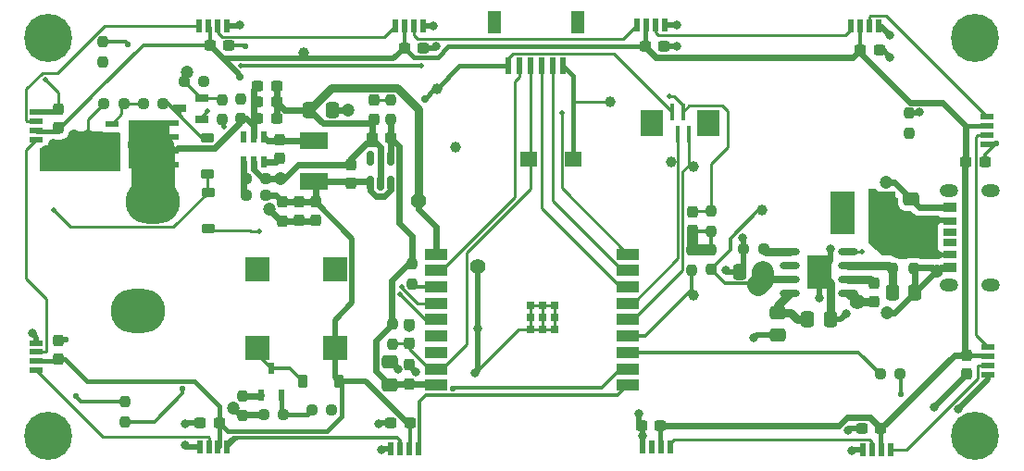
<source format=gbr>
%TF.GenerationSoftware,KiCad,Pcbnew,8.0.2*%
%TF.CreationDate,2024-07-08T12:14:40+08:00*%
%TF.ProjectId,bat_rf,6261745f-7266-42e6-9b69-6361645f7063,rev?*%
%TF.SameCoordinates,Original*%
%TF.FileFunction,Copper,L2,Bot*%
%TF.FilePolarity,Positive*%
%FSLAX46Y46*%
G04 Gerber Fmt 4.6, Leading zero omitted, Abs format (unit mm)*
G04 Created by KiCad (PCBNEW 8.0.2) date 2024-07-08 12:14:40*
%MOMM*%
%LPD*%
G01*
G04 APERTURE LIST*
G04 Aperture macros list*
%AMRoundRect*
0 Rectangle with rounded corners*
0 $1 Rounding radius*
0 $2 $3 $4 $5 $6 $7 $8 $9 X,Y pos of 4 corners*
0 Add a 4 corners polygon primitive as box body*
4,1,4,$2,$3,$4,$5,$6,$7,$8,$9,$2,$3,0*
0 Add four circle primitives for the rounded corners*
1,1,$1+$1,$2,$3*
1,1,$1+$1,$4,$5*
1,1,$1+$1,$6,$7*
1,1,$1+$1,$8,$9*
0 Add four rect primitives between the rounded corners*
20,1,$1+$1,$2,$3,$4,$5,0*
20,1,$1+$1,$4,$5,$6,$7,0*
20,1,$1+$1,$6,$7,$8,$9,0*
20,1,$1+$1,$8,$9,$2,$3,0*%
G04 Aperture macros list end*
%TA.AperFunction,SMDPad,CuDef*%
%ADD10C,1.000000*%
%TD*%
%TA.AperFunction,SMDPad,CuDef*%
%ADD11R,3.800000X4.400000*%
%TD*%
%TA.AperFunction,SMDPad,CuDef*%
%ADD12R,1.200000X0.580000*%
%TD*%
%TA.AperFunction,ComponentPad*%
%ADD13C,4.400000*%
%TD*%
%TA.AperFunction,SMDPad,CuDef*%
%ADD14RoundRect,0.237500X-0.250000X-0.237500X0.250000X-0.237500X0.250000X0.237500X-0.250000X0.237500X0*%
%TD*%
%TA.AperFunction,SMDPad,CuDef*%
%ADD15R,1.200000X0.550000*%
%TD*%
%TA.AperFunction,SMDPad,CuDef*%
%ADD16RoundRect,0.225000X-0.375000X0.225000X-0.375000X-0.225000X0.375000X-0.225000X0.375000X0.225000X0*%
%TD*%
%TA.AperFunction,SMDPad,CuDef*%
%ADD17RoundRect,0.237500X0.237500X-0.250000X0.237500X0.250000X-0.237500X0.250000X-0.237500X-0.250000X0*%
%TD*%
%TA.AperFunction,SMDPad,CuDef*%
%ADD18RoundRect,0.237500X0.300000X0.237500X-0.300000X0.237500X-0.300000X-0.237500X0.300000X-0.237500X0*%
%TD*%
%TA.AperFunction,SMDPad,CuDef*%
%ADD19R,0.550000X1.200000*%
%TD*%
%TA.AperFunction,SMDPad,CuDef*%
%ADD20RoundRect,0.237500X0.237500X-0.300000X0.237500X0.300000X-0.237500X0.300000X-0.237500X-0.300000X0*%
%TD*%
%TA.AperFunction,SMDPad,CuDef*%
%ADD21RoundRect,0.237500X0.250000X0.237500X-0.250000X0.237500X-0.250000X-0.237500X0.250000X-0.237500X0*%
%TD*%
%TA.AperFunction,SMDPad,CuDef*%
%ADD22RoundRect,0.237500X0.237500X-0.287500X0.237500X0.287500X-0.237500X0.287500X-0.237500X-0.287500X0*%
%TD*%
%TA.AperFunction,SMDPad,CuDef*%
%ADD23RoundRect,0.237500X-0.237500X0.250000X-0.237500X-0.250000X0.237500X-0.250000X0.237500X0.250000X0*%
%TD*%
%TA.AperFunction,SMDPad,CuDef*%
%ADD24R,1.530000X1.360000*%
%TD*%
%TA.AperFunction,SMDPad,CuDef*%
%ADD25R,0.600000X1.600000*%
%TD*%
%TA.AperFunction,SMDPad,CuDef*%
%ADD26R,1.200000X2.000000*%
%TD*%
%TA.AperFunction,SMDPad,CuDef*%
%ADD27R,0.532000X1.072000*%
%TD*%
%TA.AperFunction,SMDPad,CuDef*%
%ADD28RoundRect,0.237500X-0.300000X-0.237500X0.300000X-0.237500X0.300000X0.237500X-0.300000X0.237500X0*%
%TD*%
%TA.AperFunction,SMDPad,CuDef*%
%ADD29O,1.865000X0.630000*%
%TD*%
%TA.AperFunction,SMDPad,CuDef*%
%ADD30R,2.200000X3.100000*%
%TD*%
%TA.AperFunction,SMDPad,CuDef*%
%ADD31RoundRect,0.250000X0.337500X0.475000X-0.337500X0.475000X-0.337500X-0.475000X0.337500X-0.475000X0*%
%TD*%
%TA.AperFunction,SMDPad,CuDef*%
%ADD32RoundRect,0.237500X-0.237500X0.300000X-0.237500X-0.300000X0.237500X-0.300000X0.237500X0.300000X0*%
%TD*%
%TA.AperFunction,SMDPad,CuDef*%
%ADD33R,2.500000X1.500000*%
%TD*%
%TA.AperFunction,SMDPad,CuDef*%
%ADD34RoundRect,0.225000X0.375000X-0.225000X0.375000X0.225000X-0.375000X0.225000X-0.375000X-0.225000X0*%
%TD*%
%TA.AperFunction,ComponentPad*%
%ADD35O,1.700000X1.200000*%
%TD*%
%TA.AperFunction,SMDPad,CuDef*%
%ADD36R,1.200000X0.700000*%
%TD*%
%TA.AperFunction,SMDPad,CuDef*%
%ADD37R,1.200000X0.800000*%
%TD*%
%TA.AperFunction,SMDPad,CuDef*%
%ADD38R,1.200000X0.900000*%
%TD*%
%TA.AperFunction,SMDPad,CuDef*%
%ADD39O,5.000000X4.000000*%
%TD*%
%TA.AperFunction,SMDPad,CuDef*%
%ADD40R,0.400000X1.500000*%
%TD*%
%TA.AperFunction,SMDPad,CuDef*%
%ADD41R,2.000000X2.400000*%
%TD*%
%TA.AperFunction,SMDPad,CuDef*%
%ADD42R,2.000000X1.000000*%
%TD*%
%TA.AperFunction,SMDPad,CuDef*%
%ADD43R,0.700000X0.700000*%
%TD*%
%TA.AperFunction,SMDPad,CuDef*%
%ADD44R,2.200000X2.200000*%
%TD*%
%TA.AperFunction,SMDPad,CuDef*%
%ADD45RoundRect,0.250000X0.475000X-0.337500X0.475000X0.337500X-0.475000X0.337500X-0.475000X-0.337500X0*%
%TD*%
%TA.AperFunction,SMDPad,CuDef*%
%ADD46RoundRect,0.250000X-0.337500X-0.475000X0.337500X-0.475000X0.337500X0.475000X-0.337500X0.475000X0*%
%TD*%
%TA.AperFunction,SMDPad,CuDef*%
%ADD47R,1.250000X0.700000*%
%TD*%
%TA.AperFunction,SMDPad,CuDef*%
%ADD48RoundRect,0.225000X0.225000X0.375000X-0.225000X0.375000X-0.225000X-0.375000X0.225000X-0.375000X0*%
%TD*%
%TA.AperFunction,SMDPad,CuDef*%
%ADD49RoundRect,0.250000X-0.475000X0.337500X-0.475000X-0.337500X0.475000X-0.337500X0.475000X0.337500X0*%
%TD*%
%TA.AperFunction,SMDPad,CuDef*%
%ADD50R,0.600000X1.070000*%
%TD*%
%TA.AperFunction,SMDPad,CuDef*%
%ADD51RoundRect,0.150000X0.150000X-0.512500X0.150000X0.512500X-0.150000X0.512500X-0.150000X-0.512500X0*%
%TD*%
%TA.AperFunction,SMDPad,CuDef*%
%ADD52R,2.200000X3.900000*%
%TD*%
%TA.AperFunction,ViaPad*%
%ADD53C,0.500000*%
%TD*%
%TA.AperFunction,ViaPad*%
%ADD54C,1.200000*%
%TD*%
%TA.AperFunction,ViaPad*%
%ADD55C,0.550000*%
%TD*%
%TA.AperFunction,ViaPad*%
%ADD56C,0.800000*%
%TD*%
%TA.AperFunction,ViaPad*%
%ADD57C,0.700000*%
%TD*%
%TA.AperFunction,ViaPad*%
%ADD58C,1.400000*%
%TD*%
%TA.AperFunction,Conductor*%
%ADD59C,0.250000*%
%TD*%
%TA.AperFunction,Conductor*%
%ADD60C,0.400000*%
%TD*%
%TA.AperFunction,Conductor*%
%ADD61C,0.600000*%
%TD*%
%TA.AperFunction,Conductor*%
%ADD62C,0.350000*%
%TD*%
%TA.AperFunction,Conductor*%
%ADD63C,0.500000*%
%TD*%
%TA.AperFunction,Conductor*%
%ADD64C,1.000000*%
%TD*%
%TA.AperFunction,Conductor*%
%ADD65C,4.000000*%
%TD*%
%TA.AperFunction,Conductor*%
%ADD66C,0.300000*%
%TD*%
%TA.AperFunction,Conductor*%
%ADD67C,0.700000*%
%TD*%
%TA.AperFunction,Conductor*%
%ADD68C,2.000000*%
%TD*%
%TA.AperFunction,Conductor*%
%ADD69C,1.200000*%
%TD*%
%TA.AperFunction,Conductor*%
%ADD70C,0.800000*%
%TD*%
G04 APERTURE END LIST*
D10*
%TO.P,TP5,1,1*%
%TO.N,/BAT_FB*%
X126000000Y-94800000D03*
%TD*%
%TO.P,TP4,1,1*%
%TO.N,/ESP_TX*%
X126000000Y-83000000D03*
%TD*%
%TO.P,TP3,1,1*%
%TO.N,/ESP_RX*%
X124000000Y-82600000D03*
%TD*%
D11*
%TO.P,Q1,9,D*%
%TO.N,VCC*%
X76196000Y-80963000D03*
D12*
%TO.P,Q1,8,D*%
X78300000Y-82865000D03*
%TO.P,Q1,7,D*%
X78300000Y-81595000D03*
%TO.P,Q1,6,D*%
X78300000Y-80325000D03*
%TO.P,Q1,5,D*%
X78300000Y-79056000D03*
%TO.P,Q1,4,G*%
%TO.N,Net-(Q1-G)*%
X72800000Y-79060000D03*
%TO.P,Q1,3,S*%
%TO.N,+BATT*%
X72800000Y-80330000D03*
%TO.P,Q1,2,S*%
X72800000Y-81600000D03*
%TO.P,Q1,1,S*%
X72800000Y-82870000D03*
%TD*%
D13*
%TO.P,H3,1*%
%TO.N,N/C*%
X67025000Y-107625000D03*
%TD*%
%TO.P,H4,1*%
%TO.N,N/C*%
X67025000Y-71225000D03*
%TD*%
%TO.P,H1,1*%
%TO.N,N/C*%
X151725000Y-71225000D03*
%TD*%
%TO.P,H2,1*%
%TO.N,N/C*%
X151725000Y-107625000D03*
%TD*%
D14*
%TO.P,R22,1*%
%TO.N,Net-(U3-FB)*%
X85101000Y-85600000D03*
%TO.P,R22,2*%
%TO.N,+5V*%
X86926000Y-85600000D03*
%TD*%
D15*
%TO.P,LED8,1,VSS*%
%TO.N,GNDPWR*%
X152925000Y-102005000D03*
%TO.P,LED8,2,DO*%
%TO.N,Net-(LED12-DI)*%
X152925000Y-101165000D03*
%TO.P,LED8,3,VDD*%
%TO.N,+5V*%
X152925000Y-100325000D03*
%TO.P,LED8,4,DI*%
%TO.N,Net-(LED8-DI)*%
X152925000Y-99485000D03*
%TD*%
D16*
%TO.P,D1,1,K*%
%TO.N,Net-(D1-K)*%
X81626000Y-85350000D03*
%TO.P,D1,2,A*%
%TO.N,/KEY*%
X81626000Y-88650000D03*
%TD*%
D17*
%TO.P,R17,1*%
%TO.N,GNDPWR*%
X84800000Y-105812500D03*
%TO.P,R17,2*%
%TO.N,Net-(Q5-S)*%
X84800000Y-103987500D03*
%TD*%
D18*
%TO.P,C31,1*%
%TO.N,GNDPWR*%
X101307500Y-72125000D03*
%TO.P,C31,2*%
%TO.N,+5V*%
X99582500Y-72125000D03*
%TD*%
D10*
%TO.P,TP9,1,1*%
%TO.N,GNDPWR*%
X104226000Y-81200000D03*
%TD*%
D17*
%TO.P,R16,1*%
%TO.N,+3V3*%
X98326000Y-78700000D03*
%TO.P,R16,2*%
%TO.N,Net-(D6-A)*%
X98326000Y-76875000D03*
%TD*%
D19*
%TO.P,LED12,1,VSS*%
%TO.N,GNDPWR*%
X141485000Y-108925000D03*
%TO.P,LED12,2,DO*%
%TO.N,Net-(LED11-DI)*%
X142325000Y-108925000D03*
%TO.P,LED12,3,VDD*%
%TO.N,+5V*%
X143165000Y-108925000D03*
%TO.P,LED12,4,DI*%
%TO.N,Net-(LED12-DI)*%
X144005000Y-108925000D03*
%TD*%
D20*
%TO.P,C18,1*%
%TO.N,Net-(U3-BS)*%
X88126000Y-82262500D03*
%TO.P,C18,2*%
%TO.N,Net-(U3-SW)*%
X88126000Y-80537500D03*
%TD*%
D19*
%TO.P,LED10,1,VSS*%
%TO.N,GNDPWR*%
X142945000Y-70125000D03*
%TO.P,LED10,2,DO*%
%TO.N,Net-(LED10-DO)*%
X142105000Y-70125000D03*
%TO.P,LED10,3,VDD*%
%TO.N,+5V*%
X141265000Y-70125000D03*
%TO.P,LED10,4,DI*%
%TO.N,Net-(LED1-DO)*%
X140425000Y-70125000D03*
%TD*%
D21*
%TO.P,R6,1*%
%TO.N,/BEEP*%
X92912500Y-105300000D03*
%TO.P,R6,2*%
%TO.N,Net-(Q5-G)*%
X91087500Y-105300000D03*
%TD*%
D18*
%TO.P,C30,1*%
%TO.N,GNDPWR*%
X123327500Y-72025000D03*
%TO.P,C30,2*%
%TO.N,+5V*%
X121602500Y-72025000D03*
%TD*%
D19*
%TO.P,LED1,1,VSS*%
%TO.N,GNDPWR*%
X123365000Y-70025000D03*
%TO.P,LED1,2,DO*%
%TO.N,Net-(LED1-DO)*%
X122525000Y-70025000D03*
%TO.P,LED1,3,VDD*%
%TO.N,+5V*%
X121685000Y-70025000D03*
%TO.P,LED1,4,DI*%
%TO.N,Net-(LED1-DI)*%
X120845000Y-70025000D03*
%TD*%
D22*
%TO.P,D6,1,K*%
%TO.N,GNDD*%
X96776000Y-78655000D03*
%TO.P,D6,2,A*%
%TO.N,Net-(D6-A)*%
X96776000Y-76905000D03*
%TD*%
D23*
%TO.P,R3,1*%
%TO.N,Net-(D2-A)*%
X145725000Y-78112500D03*
%TO.P,R3,2*%
%TO.N,Net-(U2-LED)*%
X145725000Y-79937500D03*
%TD*%
D24*
%TO.P,SW3,1,1*%
%TO.N,GNDD*%
X115035000Y-82300000D03*
%TO.P,SW3,2,2*%
%TO.N,/EN*%
X110965000Y-82300000D03*
%TD*%
D23*
%TO.P,R10,1*%
%TO.N,GNDD*%
X127600000Y-87075000D03*
%TO.P,R10,2*%
%TO.N,Net-(C37-Pad1)*%
X127600000Y-88900000D03*
%TD*%
D25*
%TO.P,J3,1,Pin_1*%
%TO.N,+3V3*%
X109100000Y-73800000D03*
%TO.P,J3,2,Pin_2*%
%TO.N,/IO9*%
X110100000Y-73800000D03*
%TO.P,J3,3,Pin_3*%
%TO.N,/EN*%
X111100000Y-73800000D03*
%TO.P,J3,4,Pin_4*%
%TO.N,/TXD*%
X112100000Y-73800000D03*
%TO.P,J3,5,Pin_5*%
%TO.N,/RXD*%
X113100000Y-73800000D03*
%TO.P,J3,6,Pin_6*%
%TO.N,GNDD*%
X114100000Y-73800000D03*
D26*
%TO.P,J3,7*%
%TO.N,N/C*%
X115400000Y-69800000D03*
%TO.P,J3,8*%
X107800000Y-69800000D03*
%TD*%
D19*
%TO.P,LED6,1,VSS*%
%TO.N,GNDPWR*%
X80848250Y-108665000D03*
%TO.P,LED6,2,DO*%
%TO.N,Net-(LED5-DI)*%
X81688250Y-108665000D03*
%TO.P,LED6,3,VDD*%
%TO.N,+5V*%
X82528250Y-108665000D03*
%TO.P,LED6,4,DI*%
%TO.N,Net-(LED6-DI)*%
X83368250Y-108665000D03*
%TD*%
D27*
%TO.P,U3,1,BS*%
%TO.N,Net-(U3-BS)*%
X86726000Y-82600000D03*
%TO.P,U3,2,GND*%
%TO.N,GNDD*%
X85776000Y-82600000D03*
%TO.P,U3,3,FB*%
%TO.N,Net-(U3-FB)*%
X84826000Y-82600000D03*
%TO.P,U3,4,EN*%
%TO.N,Net-(U3-EN)*%
X84826000Y-80302000D03*
%TO.P,U3,5,IN*%
%TO.N,VCC*%
X85776000Y-80302000D03*
%TO.P,U3,6,SW*%
%TO.N,Net-(U3-SW)*%
X86726000Y-80302000D03*
%TD*%
D28*
%TO.P,C2,1*%
%TO.N,VCC*%
X86163500Y-77100000D03*
%TO.P,C2,2*%
%TO.N,GNDD*%
X87888500Y-77100000D03*
%TD*%
D19*
%TO.P,LED2,1,VSS*%
%TO.N,GNDPWR*%
X101265000Y-70125000D03*
%TO.P,LED2,2,DO*%
%TO.N,Net-(LED1-DI)*%
X100425000Y-70125000D03*
%TO.P,LED2,3,VDD*%
%TO.N,+5V*%
X99585000Y-70125000D03*
%TO.P,LED2,4,DI*%
%TO.N,Net-(LED2-DI)*%
X98745000Y-70125000D03*
%TD*%
D17*
%TO.P,R5,1*%
%TO.N,/GREEN*%
X74000000Y-106325000D03*
%TO.P,R5,2*%
%TO.N,Net-(D3-A)*%
X74000000Y-104500000D03*
%TD*%
D29*
%TO.P,U2,1,VSYS*%
%TO.N,Net-(U2-VSYS)*%
X134818000Y-94570000D03*
%TO.P,U2,2,VOUT*%
%TO.N,+BATT*%
X134818000Y-93300000D03*
%TO.P,U2,3,VSET*%
%TO.N,unconnected-(U2-VSET-Pad3)*%
X134818000Y-92030000D03*
%TO.P,U2,4,NTC*%
%TO.N,Net-(U2-NTC)*%
X134818000Y-90760000D03*
%TO.P,U2,5,LED*%
%TO.N,Net-(U2-LED)*%
X140182000Y-90760000D03*
%TO.P,U2,6,VIN*%
%TO.N,Net-(U2-VIN)*%
X140182000Y-92030000D03*
%TO.P,U2,7,BST*%
%TO.N,Net-(U2-BST)*%
X140182000Y-93300000D03*
%TO.P,U2,8,LX*%
%TO.N,Net-(U2-LX)*%
X140182000Y-94570000D03*
D30*
%TO.P,U2,9,GND*%
%TO.N,GNDPWR*%
X137500000Y-92665000D03*
%TD*%
D31*
%TO.P,FB1,1*%
%TO.N,GNDPWR*%
X92963500Y-77800000D03*
%TO.P,FB1,2*%
%TO.N,GNDD*%
X90888500Y-77800000D03*
%TD*%
D32*
%TO.P,C33,1*%
%TO.N,GNDPWR*%
X67925000Y-77737500D03*
%TO.P,C33,2*%
%TO.N,+5V*%
X67925000Y-79462500D03*
%TD*%
D33*
%TO.P,L1,1,1*%
%TO.N,Net-(U3-SW)*%
X91326000Y-80650000D03*
%TO.P,L1,2,2*%
%TO.N,+5V*%
X91326000Y-84350000D03*
%TD*%
D32*
%TO.P,C7,1*%
%TO.N,+5V*%
X89916000Y-86212500D03*
%TO.P,C7,2*%
%TO.N,GNDD*%
X89916000Y-87937500D03*
%TD*%
D14*
%TO.P,R18,1*%
%TO.N,GNDPWR*%
X130587500Y-90525000D03*
%TO.P,R18,2*%
%TO.N,Net-(U2-NTC)*%
X132412500Y-90525000D03*
%TD*%
%TO.P,R7,1*%
%TO.N,GNDPWR*%
X86712500Y-105675000D03*
%TO.P,R7,2*%
%TO.N,Net-(Q5-G)*%
X88537500Y-105675000D03*
%TD*%
D17*
%TO.P,R14,1*%
%TO.N,/BAT_FB*%
X125850000Y-92437500D03*
%TO.P,R14,2*%
%TO.N,Net-(C37-Pad1)*%
X125850000Y-90612500D03*
%TD*%
D28*
%TO.P,C36,1*%
%TO.N,GNDPWR*%
X98342500Y-106445000D03*
%TO.P,C36,2*%
%TO.N,+5V*%
X100067500Y-106445000D03*
%TD*%
D34*
%TO.P,D7,1,K*%
%TO.N,Net-(D1-K)*%
X81526000Y-83650000D03*
%TO.P,D7,2,A*%
%TO.N,/K1*%
X81526000Y-80350000D03*
%TD*%
D32*
%TO.P,C34,1*%
%TO.N,GNDPWR*%
X67925000Y-98882500D03*
%TO.P,C34,2*%
%TO.N,+5V*%
X67925000Y-100607500D03*
%TD*%
D28*
%TO.P,C11,1*%
%TO.N,GNDPWR*%
X121253250Y-106665000D03*
%TO.P,C11,2*%
%TO.N,+5V*%
X122978250Y-106665000D03*
%TD*%
D35*
%TO.P,J1,13*%
%TO.N,N/C*%
X149400000Y-85160000D03*
%TO.P,J1,14*%
X149400000Y-93800000D03*
%TO.P,J1,15*%
X153200000Y-85160000D03*
%TO.P,J1,16*%
X153200000Y-93800000D03*
D36*
%TO.P,J1,A5,CC1*%
%TO.N,unconnected-(J1-CC1-PadA5)*%
X149420000Y-88980000D03*
D37*
%TO.P,J1,A9,VBUS*%
%TO.N,Net-(C28-Pad1)*%
X149420000Y-91000000D03*
D38*
%TO.P,J1,A12,GND*%
%TO.N,GNDPWR*%
X149420000Y-92230000D03*
D36*
%TO.P,J1,B5,CC2*%
%TO.N,unconnected-(J1-CC2-PadB5)*%
X149420000Y-89980000D03*
D37*
%TO.P,J1,B9,VBUS*%
%TO.N,Net-(C28-Pad1)*%
X149420000Y-87960000D03*
D38*
%TO.P,J1,B12,GND*%
%TO.N,GNDPWR*%
X149420000Y-86730000D03*
%TD*%
D39*
%TO.P,J2,1,Pin_1*%
%TO.N,VCC*%
X76600000Y-86200000D03*
%TD*%
D40*
%TO.P,P1,1,1*%
%TO.N,/ESP_TX*%
X125550000Y-80014000D03*
%TO.P,P1,2,2*%
%TO.N,GNDD*%
X125050000Y-77986000D03*
%TO.P,P1,3,3*%
%TO.N,/ESP_RX*%
X124550000Y-80014000D03*
%TO.P,P1,4,4*%
%TO.N,+3V3*%
X124050000Y-77986000D03*
D41*
%TO.P,P1,5,5*%
%TO.N,unconnected-(P1-Pad5)*%
X122237000Y-79001000D03*
%TO.P,P1,6,6*%
%TO.N,unconnected-(P1-Pad6)*%
X127363000Y-78992000D03*
%TD*%
D23*
%TO.P,R1,1*%
%TO.N,Net-(C28-Pad1)*%
X144225000Y-90525000D03*
%TO.P,R1,2*%
%TO.N,Net-(U2-VIN)*%
X144225000Y-92350000D03*
%TD*%
D15*
%TO.P,LED4,1,VSS*%
%TO.N,GNDPWR*%
X65925000Y-78025000D03*
%TO.P,LED4,2,DO*%
%TO.N,Net-(LED3-DI)*%
X65925000Y-78865000D03*
%TO.P,LED4,3,VDD*%
%TO.N,+5V*%
X65925000Y-79705000D03*
%TO.P,LED4,4,DI*%
%TO.N,Net-(LED4-DI)*%
X65925000Y-80545000D03*
%TD*%
D42*
%TO.P,U1,1,3V3*%
%TO.N,+3V3*%
X102485500Y-103000000D03*
%TO.P,U1,2,EN*%
%TO.N,/EN*%
X102485500Y-101500000D03*
%TO.P,U1,3,IO4*%
%TO.N,/GREEN*%
X102485500Y-100000000D03*
%TO.P,U1,4,IO5*%
%TO.N,unconnected-(U1-IO5-Pad4)*%
X102485500Y-98500000D03*
%TO.P,U1,5,IO6*%
%TO.N,/POWER_EN*%
X102485500Y-97000000D03*
%TO.P,U1,6,IO7*%
%TO.N,/KEY*%
X102485500Y-95500000D03*
%TO.P,U1,7,IO8*%
%TO.N,Net-(U1-IO8)*%
X102485500Y-94000000D03*
%TO.P,U1,8,IO9*%
%TO.N,/IO9*%
X102485500Y-92500000D03*
%TO.P,U1,9,GND*%
%TO.N,GNDD*%
X102485500Y-91000000D03*
%TO.P,U1,10,IO10*%
%TO.N,/BLUE*%
X119985500Y-91000000D03*
%TO.P,U1,11,RXD*%
%TO.N,/RXD*%
X119985500Y-92500000D03*
%TO.P,U1,12,TXD*%
%TO.N,/TXD*%
X119985500Y-94000000D03*
%TO.P,U1,13,IO18*%
%TO.N,/ESP_RX*%
X119985500Y-95500000D03*
%TO.P,U1,14,IO19*%
%TO.N,/ESP_TX*%
X119985500Y-97000000D03*
%TO.P,U1,15,IO3*%
%TO.N,/BAT_FB*%
X119985500Y-98500000D03*
%TO.P,U1,16,IO2*%
%TO.N,/YELLOW*%
X119985500Y-100000000D03*
%TO.P,U1,17,IO1*%
%TO.N,/BEEP*%
X119985500Y-101500000D03*
%TO.P,U1,18,IO0*%
%TO.N,/RGB*%
X119985500Y-103000000D03*
D43*
%TO.P,U1,19,EP*%
%TO.N,GNDD*%
X111095500Y-95700000D03*
X111095500Y-96800000D03*
X111095500Y-97900000D03*
X112195500Y-95700000D03*
X112195500Y-96800000D03*
X112195500Y-97900000D03*
X113295500Y-95700000D03*
X113295500Y-96800000D03*
X113295500Y-97900000D03*
%TD*%
D19*
%TO.P,LED3,1,VSS*%
%TO.N,GNDPWR*%
X83325000Y-70125000D03*
%TO.P,LED3,2,DO*%
%TO.N,Net-(LED2-DI)*%
X82485000Y-70125000D03*
%TO.P,LED3,3,VDD*%
%TO.N,+5V*%
X81645000Y-70125000D03*
%TO.P,LED3,4,DI*%
%TO.N,Net-(LED3-DI)*%
X80805000Y-70125000D03*
%TD*%
D10*
%TO.P,TP11,1,1*%
%TO.N,+BATT*%
X132300000Y-87000000D03*
%TD*%
D44*
%TO.P,U5,1,+*%
%TO.N,+5V*%
X93241000Y-99568000D03*
%TO.P,U5,2,-*%
%TO.N,Net-(D5-A)*%
X86143000Y-99581000D03*
%TO.P,U5,3,NC*%
%TO.N,unconnected-(U5-NC-Pad3)*%
X86172000Y-92420000D03*
%TO.P,U5,4,NC*%
%TO.N,unconnected-(U5-NC-Pad4)*%
X93257000Y-92419000D03*
%TD*%
D28*
%TO.P,C35,1*%
%TO.N,GNDPWR*%
X80900000Y-106425000D03*
%TO.P,C35,2*%
%TO.N,+5V*%
X82625000Y-106425000D03*
%TD*%
D18*
%TO.P,C6,1*%
%TO.N,GNDPWR*%
X152662500Y-82600000D03*
%TO.P,C6,2*%
%TO.N,+5V*%
X150937500Y-82600000D03*
%TD*%
D10*
%TO.P,TP1,1,1*%
%TO.N,GNDD*%
X118400000Y-77100000D03*
%TD*%
D32*
%TO.P,C27,1*%
%TO.N,Net-(U2-BST)*%
X142500000Y-93637500D03*
%TO.P,C27,2*%
%TO.N,Net-(U2-LX)*%
X142500000Y-95362500D03*
%TD*%
D18*
%TO.P,C15,1*%
%TO.N,+3V3*%
X98338500Y-80362500D03*
%TO.P,C15,2*%
%TO.N,GNDD*%
X96613500Y-80362500D03*
%TD*%
D23*
%TO.P,R13,1*%
%TO.N,/BLUE*%
X72000000Y-71587500D03*
%TO.P,R13,2*%
%TO.N,Net-(D13-A)*%
X72000000Y-73412500D03*
%TD*%
D10*
%TO.P,TP7,1,1*%
%TO.N,+5V*%
X90400000Y-72600000D03*
%TD*%
D39*
%TO.P,J5,1,Pin_1*%
%TO.N,GNDPWR*%
X75200000Y-96200000D03*
%TD*%
D45*
%TO.P,C12,1*%
%TO.N,+3V3*%
X98200000Y-102937500D03*
%TO.P,C12,2*%
%TO.N,GNDD*%
X98200000Y-100862500D03*
%TD*%
D21*
%TO.P,R19,1*%
%TO.N,/K1*%
X77512500Y-77200000D03*
%TO.P,R19,2*%
%TO.N,Net-(Q1-G)*%
X75687500Y-77200000D03*
%TD*%
D45*
%TO.P,C28,1*%
%TO.N,Net-(C28-Pad1)*%
X145925000Y-88037500D03*
%TO.P,C28,2*%
%TO.N,GNDPWR*%
X145925000Y-85962500D03*
%TD*%
D18*
%TO.P,C32,1*%
%TO.N,GNDPWR*%
X83507500Y-71925000D03*
%TO.P,C32,2*%
%TO.N,+5V*%
X81782500Y-71925000D03*
%TD*%
D20*
%TO.P,C16,1*%
%TO.N,/EN*%
X100000000Y-99162500D03*
%TO.P,C16,2*%
%TO.N,GNDD*%
X100000000Y-97437500D03*
%TD*%
%TO.P,C13,1*%
%TO.N,+3V3*%
X100000000Y-102862500D03*
%TO.P,C13,2*%
%TO.N,GNDD*%
X100000000Y-101137500D03*
%TD*%
D10*
%TO.P,TP2,1,1*%
%TO.N,+3V3*%
X102526000Y-75900000D03*
%TD*%
D14*
%TO.P,R15,1*%
%TO.N,/YELLOW*%
X143087500Y-102000000D03*
%TO.P,R15,2*%
%TO.N,Net-(D4-A)*%
X144912500Y-102000000D03*
%TD*%
D31*
%TO.P,C40,1*%
%TO.N,+BATT*%
X132337500Y-92625000D03*
%TO.P,C40,2*%
%TO.N,GNDPWR*%
X130262500Y-92625000D03*
%TD*%
D46*
%TO.P,C29,1*%
%TO.N,Net-(U2-VIN)*%
X144187500Y-94525000D03*
%TO.P,C29,2*%
%TO.N,GNDPWR*%
X146262500Y-94525000D03*
%TD*%
D15*
%TO.P,LED9,1,VSS*%
%TO.N,GNDPWR*%
X152825000Y-80925000D03*
%TO.P,LED9,2,DO*%
%TO.N,Net-(LED8-DI)*%
X152825000Y-80085000D03*
%TO.P,LED9,3,VDD*%
%TO.N,+5V*%
X152825000Y-79245000D03*
%TO.P,LED9,4,DI*%
%TO.N,Net-(LED10-DO)*%
X152825000Y-78405000D03*
%TD*%
D28*
%TO.P,C17,1*%
%TO.N,GNDPWR*%
X141422500Y-106925000D03*
%TO.P,C17,2*%
%TO.N,+5V*%
X143147500Y-106925000D03*
%TD*%
%TO.P,C1,1*%
%TO.N,VCC*%
X86163500Y-78620000D03*
%TO.P,C1,2*%
%TO.N,GNDD*%
X87888500Y-78620000D03*
%TD*%
D46*
%TO.P,C10,1*%
%TO.N,Net-(U2-VSYS)*%
X136462500Y-97000000D03*
%TO.P,C10,2*%
%TO.N,GNDPWR*%
X138537500Y-97000000D03*
%TD*%
D14*
%TO.P,R21,1*%
%TO.N,Net-(U4-B)*%
X79413500Y-75200000D03*
%TO.P,R21,2*%
%TO.N,GNDPWR*%
X81238500Y-75200000D03*
%TD*%
D17*
%TO.P,R12,1*%
%TO.N,/EN*%
X98500000Y-99212500D03*
%TO.P,R12,2*%
%TO.N,+3V3*%
X98500000Y-97387500D03*
%TD*%
D19*
%TO.P,LED7,1,VSS*%
%TO.N,GNDPWR*%
X98350000Y-108800000D03*
%TO.P,LED7,2,DO*%
%TO.N,Net-(LED6-DI)*%
X99190000Y-108800000D03*
%TO.P,LED7,3,VDD*%
%TO.N,+5V*%
X100030000Y-108800000D03*
%TO.P,LED7,4,DI*%
%TO.N,/RGB*%
X100870000Y-108800000D03*
%TD*%
D23*
%TO.P,R23,1*%
%TO.N,Net-(U3-EN)*%
X84626000Y-76787500D03*
%TO.P,R23,2*%
%TO.N,VCC*%
X84626000Y-78612500D03*
%TD*%
D32*
%TO.P,C4,1*%
%TO.N,+5V*%
X88426000Y-86237500D03*
%TO.P,C4,2*%
%TO.N,GNDD*%
X88426000Y-87962500D03*
%TD*%
D47*
%TO.P,U4,1,B*%
%TO.N,Net-(U4-B)*%
X81026000Y-76750000D03*
%TO.P,U4,2,E*%
%TO.N,GNDPWR*%
X81026000Y-78650000D03*
%TO.P,U4,3,C*%
%TO.N,/K1*%
X79026000Y-77700000D03*
%TD*%
D19*
%TO.P,LED11,1,VSS*%
%TO.N,GNDPWR*%
X121373250Y-108665000D03*
%TO.P,LED11,2,DO*%
%TO.N,unconnected-(LED11-DO-Pad2)*%
X122213250Y-108665000D03*
%TO.P,LED11,3,VDD*%
%TO.N,+5V*%
X123053250Y-108665000D03*
%TO.P,LED11,4,DI*%
%TO.N,Net-(LED11-DI)*%
X123893250Y-108665000D03*
%TD*%
D18*
%TO.P,C14,1*%
%TO.N,GNDPWR*%
X142987500Y-72325000D03*
%TO.P,C14,2*%
%TO.N,+5V*%
X141262500Y-72325000D03*
%TD*%
D48*
%TO.P,D5,1,K*%
%TO.N,+5V*%
X93550000Y-102600000D03*
%TO.P,D5,2,A*%
%TO.N,Net-(D5-A)*%
X90250000Y-102600000D03*
%TD*%
D28*
%TO.P,C3,1*%
%TO.N,VCC*%
X86163500Y-75600000D03*
%TO.P,C3,2*%
%TO.N,GNDD*%
X87888500Y-75600000D03*
%TD*%
D17*
%TO.P,R4,1*%
%TO.N,Net-(U1-IO8)*%
X100300000Y-93712500D03*
%TO.P,R4,2*%
%TO.N,+3V3*%
X100300000Y-91887500D03*
%TD*%
%TO.P,R2,1*%
%TO.N,GNDPWR*%
X146125000Y-92337500D03*
%TO.P,R2,2*%
%TO.N,Net-(C28-Pad1)*%
X146125000Y-90512500D03*
%TD*%
D49*
%TO.P,C26,1*%
%TO.N,Net-(U2-VSYS)*%
X133700000Y-96362500D03*
%TO.P,C26,2*%
%TO.N,GNDPWR*%
X133700000Y-98437500D03*
%TD*%
D20*
%TO.P,C5,1*%
%TO.N,GNDPWR*%
X150985000Y-101953250D03*
%TO.P,C5,2*%
%TO.N,+5V*%
X150985000Y-100228250D03*
%TD*%
D23*
%TO.P,R9,1*%
%TO.N,Net-(C37-Pad1)*%
X127600000Y-90575000D03*
%TO.P,R9,2*%
%TO.N,+BATT*%
X127600000Y-92400000D03*
%TD*%
D14*
%TO.P,R11,1*%
%TO.N,Net-(U3-FB)*%
X85101000Y-84100000D03*
%TO.P,R11,2*%
%TO.N,GNDD*%
X86926000Y-84100000D03*
%TD*%
D15*
%TO.P,LED5,1,VSS*%
%TO.N,GNDPWR*%
X65925000Y-99125000D03*
%TO.P,LED5,2,DO*%
%TO.N,Net-(LED4-DI)*%
X65925000Y-99965000D03*
%TO.P,LED5,3,VDD*%
%TO.N,+5V*%
X65925000Y-100805000D03*
%TO.P,LED5,4,DI*%
%TO.N,Net-(LED5-DI)*%
X65925000Y-101645000D03*
%TD*%
D50*
%TO.P,Q5,1,G*%
%TO.N,Net-(Q5-G)*%
X88350000Y-103935000D03*
%TO.P,Q5,2,S*%
%TO.N,Net-(Q5-S)*%
X86450000Y-103935000D03*
%TO.P,Q5,3,D*%
%TO.N,Net-(D5-A)*%
X87400000Y-101465000D03*
%TD*%
D51*
%TO.P,U7,1,VIN*%
%TO.N,+5V*%
X98326000Y-84500000D03*
%TO.P,U7,2,GND*%
%TO.N,GNDD*%
X97376000Y-84500000D03*
%TO.P,U7,3,CE*%
%TO.N,+5V*%
X96426000Y-84500000D03*
%TO.P,U7,4,NC*%
%TO.N,unconnected-(U7-NC-Pad4)*%
X96426000Y-82225000D03*
%TO.P,U7,5,VOUT*%
%TO.N,+3V3*%
X98326000Y-82225000D03*
%TD*%
D20*
%TO.P,C37,1*%
%TO.N,Net-(C37-Pad1)*%
X125900000Y-88850000D03*
%TO.P,C37,2*%
%TO.N,GNDD*%
X125900000Y-87125000D03*
%TD*%
%TO.P,C9,1*%
%TO.N,+5V*%
X94676000Y-84525000D03*
%TO.P,C9,2*%
%TO.N,GNDD*%
X94676000Y-82800000D03*
%TD*%
D17*
%TO.P,R20,1*%
%TO.N,/POWER_EN*%
X82926000Y-78712500D03*
%TO.P,R20,2*%
%TO.N,Net-(U4-B)*%
X82926000Y-76887500D03*
%TD*%
D32*
%TO.P,C8,1*%
%TO.N,+5V*%
X91426000Y-86212500D03*
%TO.P,C8,2*%
%TO.N,GNDD*%
X91426000Y-87937500D03*
%TD*%
D52*
%TO.P,L2,1,1*%
%TO.N,Net-(C28-Pad1)*%
X143400000Y-87250000D03*
%TO.P,L2,2,2*%
%TO.N,Net-(U2-LX)*%
X139600000Y-87250000D03*
%TD*%
D21*
%TO.P,R8,1*%
%TO.N,Net-(Q1-G)*%
X73912500Y-77200000D03*
%TO.P,R8,2*%
%TO.N,+BATT*%
X72087500Y-77200000D03*
%TD*%
D53*
%TO.N,Net-(D1-K)*%
X67475000Y-86950000D03*
%TO.N,GNDPWR*%
X66725000Y-75000000D03*
D54*
%TO.N,+BATT*%
X66800000Y-81600000D03*
X68200000Y-82600000D03*
X68200000Y-81200000D03*
D53*
%TO.N,Net-(LED3-DI)*%
X80805000Y-70125000D03*
%TO.N,GNDPWR*%
X81238500Y-75200000D03*
D54*
%TO.N,+BATT*%
X69400000Y-82600000D03*
X69400000Y-81400000D03*
X69400000Y-80200000D03*
X66800000Y-82800000D03*
X70600000Y-82600000D03*
X70600000Y-81400000D03*
X70600000Y-80200000D03*
D55*
X131875000Y-93500000D03*
X132137162Y-94237838D03*
X132543750Y-93831250D03*
X131300000Y-93500000D03*
X131400000Y-94100000D03*
D56*
%TO.N,GNDPWR*%
X129000000Y-92500000D03*
D55*
X153675841Y-80900000D03*
X68645000Y-98850000D03*
D54*
X74900000Y-94800000D03*
X73900000Y-96700000D03*
X76100000Y-95100000D03*
D56*
X137832500Y-92332500D03*
X97500000Y-108900000D03*
X150207430Y-105207431D03*
D54*
X143600000Y-84400000D03*
X76000000Y-97400000D03*
X83900000Y-105100000D03*
D56*
X79500000Y-108500000D03*
X138500000Y-90500000D03*
X140182069Y-107090725D03*
X65549923Y-98250230D03*
X144000000Y-73000000D03*
D54*
X75200000Y-96100000D03*
D56*
X97200000Y-106500000D03*
D54*
X74800000Y-97600000D03*
D56*
X148000000Y-105000000D03*
D53*
X104226000Y-81200000D03*
D54*
X73900000Y-95500000D03*
X143700000Y-96400000D03*
D53*
X81526000Y-77900000D03*
D54*
X76600000Y-96300000D03*
D56*
X124500000Y-72000000D03*
X79500000Y-106500000D03*
X121373250Y-107600000D03*
X124500000Y-70000000D03*
X144000000Y-71000000D03*
X102200000Y-70100000D03*
X84500000Y-70000000D03*
X102500000Y-72000000D03*
X140000000Y-96500000D03*
X137500000Y-93500000D03*
D54*
X148256500Y-92600388D03*
D56*
X130500000Y-89500000D03*
X131500000Y-98700000D03*
D54*
%TO.N,Net-(U4-B)*%
X79700000Y-74400000D03*
D56*
%TO.N,GNDPWR*%
X121000000Y-105600000D03*
X140500000Y-109000000D03*
D55*
X85000000Y-72000000D03*
D54*
X94426000Y-77800000D03*
D56*
X137500000Y-95000000D03*
D57*
%TO.N,+5V*%
X84500442Y-74804293D03*
X91326000Y-84350000D03*
D56*
%TO.N,GNDD*%
X100650584Y-101831498D03*
X99000000Y-101500000D03*
X106300000Y-97800000D03*
X100000000Y-97700000D03*
D58*
X106300000Y-92100000D03*
D54*
X87208690Y-86891565D03*
D53*
X118400000Y-77100000D03*
D56*
X106000000Y-101900000D03*
D53*
X123800000Y-76600000D03*
D57*
X115035000Y-82300000D03*
D58*
X100879426Y-86161574D03*
D54*
X88226000Y-84100000D03*
D57*
%TO.N,+3V3*%
X98326000Y-78700000D03*
X101426000Y-76800000D03*
D58*
%TO.N,Net-(U2-LX)*%
X140974500Y-95362500D03*
X139275000Y-88100000D03*
D53*
%TO.N,/KEY*%
X99375049Y-93992537D03*
X86282542Y-88934619D03*
D56*
%TO.N,Net-(D2-A)*%
X146700000Y-78025000D03*
D53*
%TO.N,Net-(D13-A)*%
X72000000Y-73412500D03*
%TO.N,/POWER_EN*%
X99134752Y-94650000D03*
X83086439Y-79360439D03*
%TO.N,Net-(U2-LED)*%
X145725000Y-79937500D03*
X141400000Y-90800000D03*
D55*
%TO.N,/GREEN*%
X79300000Y-103300000D03*
X101800000Y-100200000D03*
%TO.N,Net-(D3-A)*%
X69500000Y-104000000D03*
%TO.N,Net-(D4-A)*%
X145000000Y-103800000D03*
D53*
%TO.N,/BLUE*%
X101150000Y-73750000D03*
X114000000Y-78100000D03*
X84647449Y-73799999D03*
D55*
X74300000Y-71800000D03*
%TO.N,/BEEP*%
X104000000Y-103278772D03*
D53*
X92912500Y-105300000D03*
%TO.N,Net-(U3-EN)*%
X84826000Y-80302000D03*
X84626000Y-76787500D03*
%TD*%
D59*
%TO.N,Net-(D1-K)*%
X78451000Y-88525000D02*
X69050000Y-88525000D01*
X81626000Y-85350000D02*
X78451000Y-88525000D01*
X69050000Y-88525000D02*
X67475000Y-86950000D01*
D60*
%TO.N,+3V3*%
X109100000Y-73800000D02*
X104626000Y-73800000D01*
D61*
%TO.N,GNDD*%
X100879426Y-86867926D02*
X100879426Y-86161574D01*
X102485500Y-88474000D02*
X100879426Y-86867926D01*
X102485500Y-91000000D02*
X102485500Y-88474000D01*
%TO.N,+3V3*%
X100300000Y-89361500D02*
X100300000Y-91887500D01*
X99126000Y-88187500D02*
X100300000Y-89361500D01*
X99126000Y-81150000D02*
X99126000Y-88187500D01*
X98338500Y-80362500D02*
X99126000Y-81150000D01*
D59*
%TO.N,Net-(LED3-DI)*%
X65000000Y-75911827D02*
X65000000Y-78790000D01*
X66486827Y-74425000D02*
X65000000Y-75911827D01*
X65000000Y-78790000D02*
X65075000Y-78865000D01*
X67872924Y-74425000D02*
X66486827Y-74425000D01*
X72172924Y-70125000D02*
X67872924Y-74425000D01*
X65075000Y-78865000D02*
X65925000Y-78865000D01*
X80805000Y-70125000D02*
X72172924Y-70125000D01*
%TO.N,GNDPWR*%
X67925000Y-76200000D02*
X66725000Y-75000000D01*
X67925000Y-77737500D02*
X67925000Y-76200000D01*
%TO.N,+BATT*%
X70600000Y-78687500D02*
X70600000Y-80200000D01*
X72087500Y-77200000D02*
X70600000Y-78687500D01*
%TO.N,Net-(LED3-DI)*%
X65000000Y-78790000D02*
X65000000Y-76559947D01*
D62*
%TO.N,+5V*%
X75675000Y-71925000D02*
X81782500Y-71925000D01*
X71600000Y-76000000D02*
X75675000Y-71925000D01*
X71593261Y-76000000D02*
X71600000Y-76000000D01*
X67845761Y-79747500D02*
X71593261Y-76000000D01*
D63*
X94807000Y-89618500D02*
X91426000Y-86237500D01*
X94807000Y-95476000D02*
X94807000Y-89618500D01*
X93241000Y-97042000D02*
X94807000Y-95476000D01*
X93241000Y-99568000D02*
X93241000Y-97042000D01*
D59*
%TO.N,Net-(U4-B)*%
X79413500Y-75200000D02*
X79413500Y-74686500D01*
X79413500Y-74686500D02*
X79700000Y-74400000D01*
D64*
%TO.N,+BATT*%
X72800000Y-80330000D02*
X71930000Y-80330000D01*
D65*
%TO.N,VCC*%
X76600000Y-81367000D02*
X76196000Y-80963000D01*
X76600000Y-86200000D02*
X76600000Y-81367000D01*
D59*
%TO.N,/KEY*%
X81819629Y-88843629D02*
X81626000Y-88650000D01*
X85443629Y-88843629D02*
X81819629Y-88843629D01*
X85534619Y-88934619D02*
X85443629Y-88843629D01*
X86282542Y-88934619D02*
X85534619Y-88934619D01*
D64*
%TO.N,+BATT*%
X71470000Y-82870000D02*
X69400000Y-80800000D01*
X72800000Y-82870000D02*
X71470000Y-82870000D01*
X72800000Y-81600000D02*
X71400000Y-81600000D01*
X72000000Y-81600000D02*
X70600000Y-80200000D01*
D59*
X70312500Y-81112500D02*
X70312500Y-81112500D01*
X69400000Y-80800000D02*
X70312500Y-81112500D01*
X69687500Y-81112500D02*
X69400000Y-80800000D01*
X70887500Y-81112500D02*
X71417500Y-81112500D01*
X70600000Y-81400000D02*
X70887500Y-81112500D01*
X70312500Y-81112500D02*
X70600000Y-81400000D01*
%TO.N,Net-(Q1-G)*%
X73712500Y-78147500D02*
X72800000Y-79060000D01*
X73712500Y-77200000D02*
X73712500Y-78147500D01*
X75687500Y-77200000D02*
X73912500Y-77200000D01*
%TO.N,/K1*%
X77926000Y-77200000D02*
X77312500Y-77200000D01*
X79563000Y-78837000D02*
X79163000Y-78437000D01*
X81076000Y-80350000D02*
X79563000Y-78837000D01*
X79563000Y-78837000D02*
X77926000Y-77200000D01*
%TO.N,+BATT*%
X70000000Y-81112500D02*
X69687500Y-81112500D01*
X71417500Y-81112500D02*
X72200000Y-80330000D01*
%TO.N,/K1*%
X79163000Y-78437000D02*
X77726000Y-77000000D01*
X79163000Y-78437000D02*
X79026000Y-78300000D01*
X79026000Y-78300000D02*
X79026000Y-77700000D01*
X81526000Y-80350000D02*
X81076000Y-80350000D01*
D66*
%TO.N,+BATT*%
X129375000Y-89564339D02*
X131939339Y-87000000D01*
D67*
X134818000Y-93300000D02*
X133012500Y-93300000D01*
D66*
X131939339Y-87000000D02*
X132300000Y-87000000D01*
X127600000Y-92400000D02*
X128900000Y-93700000D01*
D67*
X133012500Y-93300000D02*
X132337500Y-92625000D01*
D66*
X127600000Y-92400000D02*
X129375000Y-90625000D01*
D68*
X132337500Y-93420038D02*
X131928769Y-93828769D01*
D66*
X128900000Y-93700000D02*
X132412500Y-93700000D01*
D69*
X132543750Y-93831250D02*
X132543750Y-92831250D01*
X132543750Y-92831250D02*
X132337500Y-92625000D01*
D66*
X129375000Y-90625000D02*
X129375000Y-89564339D01*
D69*
X132543750Y-93831250D02*
X132375000Y-94000000D01*
D68*
X132337500Y-92625000D02*
X132337500Y-93420038D01*
D66*
X132412500Y-93700000D02*
X132543750Y-93831250D01*
D63*
%TO.N,GNDPWR*%
X130587500Y-90525000D02*
X130587500Y-92300000D01*
D66*
X84925000Y-71925000D02*
X85000000Y-72000000D01*
D61*
X92963500Y-77800000D02*
X94426000Y-77800000D01*
D63*
X130587500Y-89587500D02*
X130500000Y-89500000D01*
X124500000Y-72000000D02*
X124475000Y-72025000D01*
X121000000Y-105600000D02*
X121000000Y-106411750D01*
D66*
X153675841Y-80900000D02*
X152850000Y-80900000D01*
D61*
X148187112Y-92600388D02*
X146262500Y-94525000D01*
D63*
X129125000Y-92625000D02*
X129000000Y-92500000D01*
X139500000Y-97000000D02*
X140000000Y-96500000D01*
X121373250Y-106785000D02*
X121253250Y-106665000D01*
D59*
X81026000Y-78650000D02*
X81026000Y-78400000D01*
D63*
X80848250Y-108665000D02*
X79665000Y-108665000D01*
X150207430Y-105207431D02*
X152925000Y-102489861D01*
D61*
X84612500Y-105812500D02*
X83900000Y-105100000D01*
X148631888Y-92225000D02*
X149472135Y-92225000D01*
D63*
X133700000Y-98437500D02*
X131762500Y-98437500D01*
D61*
X149256500Y-86725000D02*
X146687500Y-86725000D01*
D63*
X80900000Y-106425000D02*
X79575000Y-106425000D01*
D61*
X148256500Y-92600388D02*
X148631888Y-92225000D01*
D63*
X124475000Y-70025000D02*
X124500000Y-70000000D01*
X130262500Y-92625000D02*
X129125000Y-92625000D01*
X141485000Y-108925000D02*
X140575000Y-108925000D01*
X124475000Y-72025000D02*
X123327500Y-72025000D01*
D61*
X84800000Y-105812500D02*
X84612500Y-105812500D01*
D63*
X138500000Y-91665000D02*
X137832500Y-92332500D01*
X65549923Y-98250230D02*
X65925000Y-98625307D01*
X84375000Y-70125000D02*
X84500000Y-70000000D01*
X83325000Y-70125000D02*
X84375000Y-70125000D01*
X138537500Y-97000000D02*
X139500000Y-97000000D01*
X142945000Y-70125000D02*
X143125000Y-70125000D01*
X150985000Y-101953250D02*
X150985000Y-102015000D01*
D66*
X68612500Y-98882500D02*
X67925000Y-98882500D01*
D63*
X97600000Y-108800000D02*
X97500000Y-108900000D01*
D61*
X144362500Y-84400000D02*
X145925000Y-85962500D01*
D63*
X65925000Y-78025000D02*
X67922500Y-78025000D01*
X102175000Y-70125000D02*
X101265000Y-70125000D01*
D61*
X84937500Y-105675000D02*
X84800000Y-105812500D01*
D70*
X138537500Y-97000000D02*
X138537500Y-93702500D01*
D61*
X143600000Y-84400000D02*
X144362500Y-84400000D01*
X143700000Y-96400000D02*
X144387500Y-96400000D01*
D66*
X83507500Y-71925000D02*
X84925000Y-71925000D01*
D63*
X143125000Y-70125000D02*
X144000000Y-71000000D01*
X130587500Y-90525000D02*
X130587500Y-89587500D01*
D66*
X152662500Y-81913341D02*
X153675841Y-80900000D01*
D63*
X152925000Y-102489861D02*
X152925000Y-102005000D01*
D66*
X152850000Y-80900000D02*
X152825000Y-80925000D01*
D59*
X81026000Y-78400000D02*
X81526000Y-77900000D01*
D63*
X121373250Y-108665000D02*
X121373250Y-106785000D01*
D61*
X148256500Y-92600388D02*
X147881112Y-92225000D01*
D63*
X79575000Y-106425000D02*
X79500000Y-106500000D01*
D61*
X146237500Y-92225000D02*
X146125000Y-92337500D01*
D63*
X102375000Y-72125000D02*
X102500000Y-72000000D01*
D61*
X148256500Y-92600388D02*
X148187112Y-92600388D01*
D63*
X67922500Y-78025000D02*
X67925000Y-78022500D01*
X142987500Y-72325000D02*
X143325000Y-72325000D01*
D61*
X146262500Y-94525000D02*
X146262500Y-92475000D01*
D63*
X65925000Y-98625307D02*
X65925000Y-99125000D01*
D61*
X86712500Y-105675000D02*
X84937500Y-105675000D01*
D63*
X140575000Y-108925000D02*
X140500000Y-109000000D01*
X137500000Y-92665000D02*
X137832500Y-92332500D01*
X140347794Y-106925000D02*
X140182069Y-107090725D01*
X97255000Y-106445000D02*
X97200000Y-106500000D01*
D61*
X147881112Y-92225000D02*
X146237500Y-92225000D01*
X144387500Y-96400000D02*
X146262500Y-94525000D01*
D63*
X98350000Y-108800000D02*
X97600000Y-108800000D01*
X101307500Y-72125000D02*
X102375000Y-72125000D01*
D66*
X152662500Y-82600000D02*
X152662500Y-81913341D01*
D63*
X131762500Y-98437500D02*
X131500000Y-98700000D01*
D61*
X146262500Y-92475000D02*
X146125000Y-92337500D01*
D63*
X141422500Y-106925000D02*
X140347794Y-106925000D01*
X130587500Y-92300000D02*
X130262500Y-92625000D01*
X137500000Y-92665000D02*
X137500000Y-93500000D01*
X123365000Y-70025000D02*
X124475000Y-70025000D01*
D61*
X146687500Y-86725000D02*
X145925000Y-85962500D01*
D63*
X150985000Y-102015000D02*
X148000000Y-105000000D01*
D66*
X68645000Y-98850000D02*
X68612500Y-98882500D01*
D63*
X79665000Y-108665000D02*
X79500000Y-108500000D01*
X102200000Y-70100000D02*
X102175000Y-70125000D01*
X121000000Y-106411750D02*
X121253250Y-106665000D01*
X137500000Y-93500000D02*
X137500000Y-95000000D01*
X98342500Y-106445000D02*
X97255000Y-106445000D01*
X143325000Y-72325000D02*
X144000000Y-73000000D01*
X121373250Y-107600000D02*
X121373250Y-108665000D01*
X138500000Y-90500000D02*
X138500000Y-91665000D01*
D70*
X138537500Y-93702500D02*
X137500000Y-92665000D01*
D60*
%TO.N,+5V*%
X122978250Y-106665000D02*
X122978250Y-108590000D01*
X82625000Y-104900000D02*
X80350000Y-102625000D01*
D62*
X81782500Y-71925000D02*
X81782500Y-70262500D01*
D60*
X150925000Y-79262500D02*
X152807500Y-79262500D01*
D61*
X139335000Y-106665000D02*
X122978250Y-106665000D01*
X141262500Y-72562500D02*
X145825000Y-77125000D01*
D60*
X80350000Y-102625000D02*
X70517500Y-102625000D01*
D62*
X99582500Y-70127500D02*
X99585000Y-70125000D01*
D66*
X100067500Y-108762500D02*
X100030000Y-108800000D01*
D60*
X150985000Y-100228250D02*
X152828250Y-100228250D01*
D61*
X145825000Y-77125000D02*
X148787500Y-77125000D01*
X150775000Y-91641116D02*
X150775000Y-100018250D01*
D60*
X82625000Y-106425000D02*
X82625000Y-108568250D01*
X102631371Y-73000000D02*
X100457500Y-73000000D01*
D61*
X143147500Y-106925000D02*
X142172500Y-105950000D01*
X88426000Y-86237500D02*
X91426000Y-86237500D01*
X91426000Y-86237500D02*
X91426000Y-84450000D01*
D60*
X121602500Y-70107500D02*
X121685000Y-70025000D01*
X68500000Y-100607500D02*
X70517500Y-102625000D01*
D61*
X96426000Y-84500000D02*
X96426000Y-85162499D01*
X150937500Y-82600000D02*
X150800000Y-82737500D01*
D60*
X81782500Y-71925000D02*
X84500442Y-74642942D01*
D61*
X86926000Y-85600000D02*
X87788500Y-85600000D01*
D62*
X99582500Y-72125000D02*
X99582500Y-70127500D01*
D61*
X140587500Y-73000000D02*
X141262500Y-72325000D01*
X98326000Y-85135894D02*
X98326000Y-84500000D01*
X87788500Y-85600000D02*
X88426000Y-86237500D01*
D60*
X82625000Y-108568250D02*
X82528250Y-108665000D01*
D61*
X149844250Y-100228250D02*
X143147500Y-106925000D01*
D62*
X141262500Y-72325000D02*
X141262500Y-70127500D01*
X141262500Y-70127500D02*
X141265000Y-70125000D01*
D60*
X93550000Y-102600000D02*
X93800000Y-102850000D01*
D61*
X150925000Y-79262500D02*
X150937500Y-79275000D01*
X122577500Y-73000000D02*
X140587500Y-73000000D01*
D63*
X84400000Y-74542500D02*
X81782500Y-71925000D01*
D60*
X121602500Y-72025000D02*
X103606371Y-72025000D01*
X83415000Y-107215000D02*
X82625000Y-106425000D01*
D61*
X150800000Y-82737500D02*
X150800000Y-91616116D01*
D63*
X99858854Y-106445000D02*
X100067500Y-106445000D01*
D60*
X68500000Y-100607500D02*
X67925000Y-100607500D01*
D63*
X93241000Y-102291000D02*
X93550000Y-102600000D01*
D61*
X140050000Y-105950000D02*
X139335000Y-106665000D01*
D63*
X96013854Y-102600000D02*
X99858854Y-106445000D01*
D62*
X81782500Y-70262500D02*
X81645000Y-70125000D01*
D60*
X84500442Y-74642942D02*
X84500442Y-74804293D01*
X82625000Y-104900000D02*
X82625000Y-106425000D01*
D61*
X150775000Y-100018250D02*
X150985000Y-100228250D01*
X148787500Y-77125000D02*
X150925000Y-79262500D01*
X96963501Y-85700000D02*
X97761894Y-85700000D01*
D60*
X83415000Y-107215000D02*
X92454670Y-107215000D01*
X67727500Y-100805000D02*
X67925000Y-100607500D01*
D63*
X93241000Y-99568000D02*
X93241000Y-102291000D01*
D61*
X150800000Y-91616116D02*
X150775000Y-91641116D01*
D60*
X103606371Y-72025000D02*
X102631371Y-73000000D01*
D61*
X141262500Y-72325000D02*
X141262500Y-72562500D01*
D60*
X143147500Y-108907500D02*
X143165000Y-108925000D01*
D61*
X142172500Y-105950000D02*
X140050000Y-105950000D01*
D63*
X81782500Y-71925000D02*
X82957500Y-73100000D01*
X93550000Y-102600000D02*
X96013854Y-102600000D01*
D60*
X67925000Y-79747500D02*
X65967500Y-79747500D01*
D61*
X150937500Y-79275000D02*
X150937500Y-82600000D01*
D60*
X143147500Y-106925000D02*
X143147500Y-108907500D01*
X65925000Y-100805000D02*
X67727500Y-100805000D01*
D61*
X91326000Y-84350000D02*
X96276000Y-84350000D01*
X150985000Y-100228250D02*
X149844250Y-100228250D01*
D66*
X100067500Y-106445000D02*
X100067500Y-108762500D01*
D60*
X152828250Y-100228250D02*
X152925000Y-100325000D01*
X65967500Y-79747500D02*
X65925000Y-79705000D01*
X92454670Y-107215000D02*
X93800000Y-105869669D01*
D61*
X121602500Y-72025000D02*
X122577500Y-73000000D01*
D60*
X100457500Y-73000000D02*
X99582500Y-72125000D01*
D61*
X96426000Y-85162499D02*
X96963501Y-85700000D01*
D60*
X122978250Y-108590000D02*
X123053250Y-108665000D01*
D61*
X97761894Y-85700000D02*
X98326000Y-85135894D01*
X96276000Y-84350000D02*
X96426000Y-84500000D01*
D60*
X152807500Y-79262500D02*
X152825000Y-79245000D01*
D63*
X98607500Y-73100000D02*
X99582500Y-72125000D01*
D60*
X121602500Y-72025000D02*
X121602500Y-70107500D01*
D61*
X91426000Y-84450000D02*
X91326000Y-84350000D01*
D60*
X93800000Y-102850000D02*
X93800000Y-105869669D01*
D63*
X82957500Y-73100000D02*
X98607500Y-73100000D01*
D59*
%TO.N,GNDD*%
X129100000Y-81200000D02*
X127600000Y-82700000D01*
D61*
X85776000Y-83237936D02*
X86638064Y-84100000D01*
X88576000Y-84100000D02*
X89876000Y-82800000D01*
D59*
X112195500Y-97900000D02*
X111095500Y-97900000D01*
X125050000Y-77986000D02*
X125050000Y-77386000D01*
X127600000Y-87075000D02*
X125950000Y-87075000D01*
D61*
X92113500Y-79025000D02*
X90888500Y-77800000D01*
D63*
X106300000Y-92100000D02*
X106300000Y-101600000D01*
D61*
X94676000Y-82800000D02*
X94676000Y-82300000D01*
D59*
X125050000Y-77436000D02*
X124214000Y-76600000D01*
D63*
X100000000Y-101180914D02*
X100650584Y-101831498D01*
D60*
X106300000Y-97200000D02*
X106300000Y-101600000D01*
D61*
X97026000Y-80900000D02*
X97376000Y-81250000D01*
X96406000Y-79025000D02*
X92113500Y-79025000D01*
D59*
X125950000Y-87075000D02*
X125900000Y-87125000D01*
D61*
X96613500Y-78817500D02*
X96776000Y-78655000D01*
X88226000Y-84100000D02*
X88576000Y-84100000D01*
X91426000Y-87962500D02*
X88426000Y-87962500D01*
X88588500Y-77800000D02*
X87888500Y-77100000D01*
D59*
X111095500Y-97900000D02*
X110000000Y-97900000D01*
D63*
X98362500Y-100862500D02*
X99000000Y-101500000D01*
X100000000Y-97700000D02*
X100000000Y-97437500D01*
D59*
X111095500Y-97900000D02*
X111095500Y-95700000D01*
D61*
X94676000Y-82262500D02*
X96038500Y-80900000D01*
D59*
X125600000Y-77436000D02*
X128657000Y-77436000D01*
D61*
X86638064Y-84100000D02*
X86926000Y-84100000D01*
X96038500Y-80900000D02*
X97026000Y-80900000D01*
D59*
X129100000Y-77879000D02*
X129100000Y-81200000D01*
D63*
X100000000Y-101137500D02*
X100000000Y-101180914D01*
X98200000Y-100862500D02*
X98362500Y-100862500D01*
D59*
X112195500Y-97900000D02*
X113295500Y-97900000D01*
D61*
X88426000Y-87962500D02*
X88279625Y-87962500D01*
D70*
X98909486Y-75780000D02*
X92908500Y-75780000D01*
D59*
X115035000Y-82300000D02*
X115035000Y-77100000D01*
D61*
X94676000Y-82300000D02*
X96613500Y-80362500D01*
D60*
X115035000Y-74735000D02*
X114100000Y-73800000D01*
D63*
X106300000Y-101600000D02*
X106000000Y-101900000D01*
D59*
X110000000Y-97900000D02*
X106000000Y-101900000D01*
X113295500Y-95700000D02*
X113295500Y-97900000D01*
D61*
X94676000Y-82800000D02*
X94676000Y-82262500D01*
X97376000Y-81250000D02*
X97376000Y-84500000D01*
X86926000Y-84100000D02*
X88226000Y-84100000D01*
D70*
X92908500Y-75780000D02*
X90888500Y-77800000D01*
D59*
X112195500Y-95700000D02*
X112195500Y-97900000D01*
X125050000Y-77986000D02*
X125600000Y-77436000D01*
X111095500Y-95700000D02*
X113295500Y-95700000D01*
X125050000Y-77986000D02*
X125050000Y-77436000D01*
D61*
X87888500Y-78620000D02*
X87888500Y-75600000D01*
D59*
X127600000Y-82700000D02*
X127600000Y-87075000D01*
D70*
X100879426Y-86161574D02*
X100879426Y-77749940D01*
D61*
X85776000Y-82600000D02*
X85776000Y-83237936D01*
D59*
X115035000Y-77100000D02*
X118400000Y-77100000D01*
D70*
X100879426Y-77749940D02*
X98909486Y-75780000D01*
D61*
X90888500Y-77800000D02*
X88588500Y-77800000D01*
D60*
X115035000Y-82300000D02*
X115035000Y-74735000D01*
X106300000Y-97800000D02*
X106300000Y-97200000D01*
D59*
X124214000Y-76600000D02*
X123800000Y-76600000D01*
D61*
X88279625Y-87962500D02*
X87208690Y-86891565D01*
D59*
X128657000Y-77436000D02*
X129100000Y-77879000D01*
D60*
X106300000Y-97200000D02*
X106300000Y-92100000D01*
D61*
X96613500Y-80362500D02*
X96613500Y-78817500D01*
X89876000Y-82800000D02*
X94676000Y-82800000D01*
X96776000Y-78655000D02*
X96406000Y-79025000D01*
%TO.N,+3V3*%
X96975000Y-101712500D02*
X98200000Y-102937500D01*
D60*
X104626000Y-73800000D02*
X102526000Y-75900000D01*
D61*
X98237500Y-102900000D02*
X98200000Y-102937500D01*
X100300000Y-91887500D02*
X99901839Y-91887500D01*
D59*
X124050000Y-77986000D02*
X118739000Y-72675000D01*
D61*
X98326000Y-78700000D02*
X98326000Y-82225000D01*
D59*
X97150000Y-101887500D02*
X98200000Y-102937500D01*
D60*
X102526000Y-75900000D02*
X102326000Y-75900000D01*
D59*
X118739000Y-72675000D02*
X109475000Y-72675000D01*
X109475000Y-72675000D02*
X109100000Y-73050000D01*
X109100000Y-73050000D02*
X109100000Y-73800000D01*
D61*
X102485500Y-102900000D02*
X98237500Y-102900000D01*
D60*
X102326000Y-75900000D02*
X101426000Y-76800000D01*
D61*
X98384752Y-97272252D02*
X98500000Y-97387500D01*
X98500000Y-97387500D02*
X96975000Y-98912500D01*
X99901839Y-91887500D02*
X98384752Y-93404587D01*
X98384752Y-93404587D02*
X98384752Y-97272252D01*
X96975000Y-98912500D02*
X96975000Y-101712500D01*
D70*
%TO.N,Net-(U2-VSYS)*%
X135500000Y-97000000D02*
X134862500Y-96362500D01*
X133700000Y-95688000D02*
X134818000Y-94570000D01*
X134862500Y-96362500D02*
X133700000Y-96362500D01*
X136462500Y-97000000D02*
X135500000Y-97000000D01*
X133700000Y-96362500D02*
X133700000Y-95688000D01*
D61*
%TO.N,VCC*%
X84626000Y-78612500D02*
X85101000Y-78612500D01*
X84626000Y-78881540D02*
X84626000Y-78612500D01*
X85776000Y-79287500D02*
X85776000Y-80302000D01*
X85776000Y-80302000D02*
X85776000Y-75987500D01*
X78851000Y-81300000D02*
X82207540Y-81300000D01*
X85101000Y-78612500D02*
X85776000Y-79287500D01*
X85776000Y-75987500D02*
X86163500Y-75600000D01*
X82207540Y-81300000D02*
X84626000Y-78881540D01*
D70*
%TO.N,Net-(U2-LX)*%
X139600000Y-87250000D02*
X139600000Y-87775000D01*
X139600000Y-87775000D02*
X139275000Y-88100000D01*
X140974500Y-95362500D02*
X142500000Y-95362500D01*
X140182000Y-94570000D02*
X140974500Y-95362500D01*
%TO.N,Net-(U2-BST)*%
X142162500Y-93300000D02*
X140182000Y-93300000D01*
X142500000Y-93637500D02*
X142162500Y-93300000D01*
D63*
%TO.N,Net-(C28-Pad1)*%
X144237500Y-90512500D02*
X144225000Y-90525000D01*
X146125000Y-88237500D02*
X145925000Y-88037500D01*
X144225000Y-90525000D02*
X144225000Y-90275000D01*
D70*
%TO.N,Net-(U2-VIN)*%
X144225000Y-92350000D02*
X144225000Y-94487500D01*
X143905000Y-92030000D02*
X140182000Y-92030000D01*
X144225000Y-94487500D02*
X144187500Y-94525000D01*
X144225000Y-92350000D02*
X143905000Y-92030000D01*
D64*
%TO.N,Net-(C37-Pad1)*%
X125850000Y-90612500D02*
X127562500Y-90612500D01*
X125900000Y-88850000D02*
X125900000Y-90562500D01*
D66*
X127600000Y-90575000D02*
X127600000Y-88900000D01*
X127600000Y-88900000D02*
X125950000Y-88900000D01*
X125950000Y-88900000D02*
X125900000Y-88850000D01*
D59*
%TO.N,/KEY*%
X100797924Y-95500000D02*
X102485500Y-95500000D01*
X99372924Y-93994662D02*
X99372924Y-94075000D01*
X99375049Y-93992537D02*
X99372924Y-93994662D01*
X99372924Y-94075000D02*
X100797924Y-95500000D01*
D63*
%TO.N,Net-(D2-A)*%
X146700000Y-78025000D02*
X146612500Y-78112500D01*
X146612500Y-78112500D02*
X145725000Y-78112500D01*
D59*
%TO.N,/ESP_TX*%
X125025000Y-92460500D02*
X125025000Y-83400000D01*
X119985500Y-97000000D02*
X120485500Y-97000000D01*
X125550000Y-82875000D02*
X125550000Y-80014000D01*
X125025000Y-83400000D02*
X125550000Y-82875000D01*
X120485500Y-97000000D02*
X125025000Y-92460500D01*
D66*
%TO.N,/ESP_RX*%
X119985500Y-95500000D02*
X120685500Y-95500000D01*
D59*
X120485500Y-95500000D02*
X124575000Y-91410500D01*
X124575000Y-82400000D02*
X124550000Y-82375000D01*
X119985500Y-95500000D02*
X120485500Y-95500000D01*
X124575000Y-91410500D02*
X124575000Y-82500000D01*
X124550000Y-82375000D02*
X124550000Y-80014000D01*
X124575000Y-82500000D02*
X124575000Y-82400000D01*
%TO.N,Net-(LED1-DO)*%
X139900000Y-70975000D02*
X122790000Y-70975000D01*
X122525000Y-70710000D02*
X122525000Y-70025000D01*
X140425000Y-70450000D02*
X139900000Y-70975000D01*
X122790000Y-70975000D02*
X122525000Y-70710000D01*
X140425000Y-70125000D02*
X140425000Y-70450000D01*
%TO.N,Net-(LED1-DI)*%
X119595000Y-71275000D02*
X120845000Y-70025000D01*
X100750000Y-71300000D02*
X102000000Y-71300000D01*
X102025000Y-71275000D02*
X119595000Y-71275000D01*
X102000000Y-71300000D02*
X102025000Y-71275000D01*
X100425000Y-70125000D02*
X100425000Y-70975000D01*
X100425000Y-70975000D02*
X100750000Y-71300000D01*
%TO.N,Net-(LED2-DI)*%
X82485000Y-70735000D02*
X82485000Y-70125000D01*
X82875000Y-71125000D02*
X82485000Y-70735000D01*
X98745000Y-70125000D02*
X97745000Y-71125000D01*
X97745000Y-71125000D02*
X82875000Y-71125000D01*
%TO.N,Net-(LED3-DI)*%
X65945000Y-78885000D02*
X65925000Y-78865000D01*
%TO.N,Net-(LED4-DI)*%
X66850000Y-95100000D02*
X65000000Y-93250000D01*
X66775000Y-99965000D02*
X66850000Y-99890000D01*
X65000000Y-93250000D02*
X65000000Y-81470000D01*
X66850000Y-99890000D02*
X66850000Y-95100000D01*
X65000000Y-81470000D02*
X65925000Y-80545000D01*
X66775000Y-99965000D02*
X65925000Y-99965000D01*
%TO.N,Net-(LED5-DI)*%
X65925000Y-101645000D02*
X72020000Y-107740000D01*
X72020000Y-107740000D02*
X81613250Y-107740000D01*
X81688250Y-107815000D02*
X81688250Y-108665000D01*
X81613250Y-107740000D02*
X81688250Y-107815000D01*
D66*
%TO.N,Net-(LED6-DI)*%
X99190000Y-108065000D02*
X99190000Y-108800000D01*
X83368250Y-108665000D02*
X83368250Y-108340000D01*
X98890000Y-107765000D02*
X99190000Y-108065000D01*
D59*
X83368250Y-108665000D02*
X84233250Y-107800000D01*
D66*
X83943250Y-107765000D02*
X98890000Y-107765000D01*
X83368250Y-108340000D02*
X83943250Y-107765000D01*
%TO.N,/RGB*%
X100955000Y-104500000D02*
X101551228Y-103903772D01*
X100955000Y-108715000D02*
X100870000Y-108800000D01*
X100955000Y-104500000D02*
X100955000Y-108715000D01*
X101551228Y-103903772D02*
X119081728Y-103903772D01*
X119081728Y-103903772D02*
X119985500Y-103000000D01*
D59*
%TO.N,Net-(LED8-DI)*%
X151800000Y-80260000D02*
X151975000Y-80085000D01*
X151800000Y-89238500D02*
X151800000Y-80260000D01*
X151861500Y-98421500D02*
X151861500Y-89300000D01*
X152925000Y-99485000D02*
X151861500Y-98421500D01*
X151975000Y-80085000D02*
X152825000Y-80085000D01*
X151861500Y-89300000D02*
X151800000Y-89238500D01*
%TO.N,Net-(LED10-DO)*%
X142105000Y-69275000D02*
X142105000Y-70125000D01*
X152825000Y-78405000D02*
X143620000Y-69200000D01*
X142180000Y-69200000D02*
X142105000Y-69275000D01*
X143620000Y-69200000D02*
X142180000Y-69200000D01*
%TO.N,/POWER_EN*%
X82926000Y-78712500D02*
X82926000Y-79200000D01*
X99134752Y-94650000D02*
X101484752Y-97000000D01*
X101484752Y-97000000D02*
X102485500Y-97000000D01*
X82926000Y-79200000D02*
X83086439Y-79360439D01*
%TO.N,Net-(U2-LED)*%
X141360000Y-90760000D02*
X140182000Y-90760000D01*
X141400000Y-90800000D02*
X141360000Y-90760000D01*
D66*
%TO.N,/BAT_FB*%
X121600000Y-98500000D02*
X125850000Y-94250000D01*
X119985500Y-98500000D02*
X121600000Y-98500000D01*
X125850000Y-94250000D02*
X125850000Y-92437500D01*
D70*
%TO.N,Net-(U2-NTC)*%
X134818000Y-90760000D02*
X132647500Y-90760000D01*
X132647500Y-90760000D02*
X132412500Y-90525000D01*
D59*
%TO.N,/EN*%
X102985500Y-101500000D02*
X105275000Y-99210500D01*
X100000000Y-99162500D02*
X98550000Y-99162500D01*
X111100000Y-85021896D02*
X111100000Y-73800000D01*
X100000000Y-99700000D02*
X101700000Y-101400000D01*
X105275000Y-90846896D02*
X111100000Y-85021896D01*
X98550000Y-99162500D02*
X98500000Y-99212500D01*
X105275000Y-99210500D02*
X105275000Y-90846896D01*
X100000000Y-99162500D02*
X100000000Y-99700000D01*
X101700000Y-101400000D02*
X102485500Y-101400000D01*
X102485500Y-101500000D02*
X102985500Y-101500000D01*
%TO.N,/TXD*%
X119985500Y-94000000D02*
X119335500Y-94000000D01*
D60*
X119985500Y-94000000D02*
X119185500Y-94000000D01*
D59*
X112100000Y-86764500D02*
X112100000Y-73800000D01*
X119335500Y-94000000D02*
X112100000Y-86764500D01*
%TO.N,/RXD*%
X113100000Y-86114500D02*
X113100000Y-73800000D01*
D66*
X119985500Y-92500000D02*
X120485500Y-92500000D01*
D59*
X119985500Y-92500000D02*
X119485500Y-92500000D01*
X119485500Y-92500000D02*
X113100000Y-86114500D01*
D66*
X119985500Y-92400000D02*
X120485500Y-92400000D01*
D59*
%TO.N,/IO9*%
X110100000Y-74800000D02*
X110100000Y-73800000D01*
X109700000Y-85785500D02*
X109700000Y-75200000D01*
X102985500Y-92500000D02*
X109700000Y-85785500D01*
X102485500Y-92500000D02*
X102985500Y-92500000D01*
X109700000Y-75200000D02*
X110100000Y-74800000D01*
%TO.N,Net-(LED12-DI)*%
X152075000Y-101165000D02*
X152925000Y-101165000D01*
X152000000Y-102389555D02*
X152000000Y-101240000D01*
X145464555Y-108925000D02*
X152000000Y-102389555D01*
X144005000Y-108925000D02*
X145464555Y-108925000D01*
X152000000Y-101240000D02*
X152075000Y-101165000D01*
%TO.N,Net-(LED11-DI)*%
X142085000Y-108000000D02*
X142325000Y-108240000D01*
X124233250Y-108000000D02*
X142085000Y-108000000D01*
X123893250Y-108340000D02*
X124233250Y-108000000D01*
X142325000Y-108240000D02*
X142325000Y-108925000D01*
X123893250Y-108665000D02*
X123893250Y-108340000D01*
D66*
%TO.N,/GREEN*%
X79300000Y-103300000D02*
X79300000Y-103725000D01*
X79300000Y-103725000D02*
X76700000Y-106325000D01*
X76700000Y-106325000D02*
X74000000Y-106325000D01*
%TO.N,Net-(D3-A)*%
X70000000Y-104500000D02*
X69500000Y-104000000D01*
X74000000Y-104500000D02*
X70000000Y-104500000D01*
%TO.N,Net-(D4-A)*%
X145000000Y-103800000D02*
X145000000Y-102087500D01*
X145000000Y-102087500D02*
X144912500Y-102000000D01*
%TO.N,/YELLOW*%
X141087500Y-100000000D02*
X143087500Y-102000000D01*
X119985500Y-100000000D02*
X141087500Y-100000000D01*
D59*
%TO.N,/BLUE*%
X113945000Y-78155000D02*
X114000000Y-78100000D01*
X113945000Y-84959500D02*
X113945000Y-78155000D01*
D66*
X84697448Y-73750000D02*
X84647449Y-73799999D01*
X101150000Y-73750000D02*
X84697448Y-73750000D01*
D59*
X119985500Y-91000000D02*
X113945000Y-84959500D01*
D66*
X74087500Y-71587500D02*
X72000000Y-71587500D01*
X74300000Y-71800000D02*
X74087500Y-71587500D01*
%TO.N,/BEEP*%
X119285500Y-101500000D02*
X119985500Y-101500000D01*
X117585500Y-103200000D02*
X119285500Y-101500000D01*
X104000000Y-103278772D02*
X104078772Y-103200000D01*
X104078772Y-103200000D02*
X117585500Y-103200000D01*
D59*
%TO.N,Net-(D6-A)*%
X98326000Y-76875000D02*
X96806000Y-76875000D01*
X96806000Y-76875000D02*
X96776000Y-76905000D01*
D66*
%TO.N,Net-(U1-IO8)*%
X102485500Y-94000000D02*
X100687500Y-94000000D01*
X100687500Y-94000000D02*
X100300000Y-93612500D01*
D60*
%TO.N,Net-(Q5-G)*%
X90712500Y-105675000D02*
X91087500Y-105300000D01*
X88350000Y-103935000D02*
X88350000Y-105487500D01*
X88537500Y-105675000D02*
X90712500Y-105675000D01*
X88350000Y-105487500D02*
X88537500Y-105675000D01*
D62*
%TO.N,Net-(D5-A)*%
X87400000Y-101465000D02*
X89115000Y-101465000D01*
X89115000Y-101465000D02*
X90250000Y-102600000D01*
X86143000Y-100208000D02*
X87400000Y-101465000D01*
D61*
%TO.N,Net-(Q5-S)*%
X84800000Y-103987500D02*
X86397500Y-103987500D01*
X86397500Y-103987500D02*
X86450000Y-103935000D01*
%TO.N,Net-(U3-BS)*%
X87788500Y-82600000D02*
X88126000Y-82262500D01*
X86726000Y-82600000D02*
X87788500Y-82600000D01*
%TO.N,Net-(U3-SW)*%
X91326000Y-80650000D02*
X87074000Y-80650000D01*
X87074000Y-80650000D02*
X86726000Y-80302000D01*
D59*
%TO.N,Net-(D1-K)*%
X81526000Y-85250000D02*
X81626000Y-85350000D01*
X81526000Y-83650000D02*
X81526000Y-85250000D01*
D61*
%TO.N,Net-(U3-FB)*%
X84826000Y-85325000D02*
X85101000Y-85600000D01*
X84826000Y-82600000D02*
X84826000Y-85325000D01*
D59*
%TO.N,Net-(U4-B)*%
X81026000Y-76750000D02*
X80963500Y-76750000D01*
X81026000Y-76750000D02*
X82788500Y-76750000D01*
X80963500Y-76750000D02*
X79413500Y-75200000D01*
X82788500Y-76750000D02*
X82926000Y-76887500D01*
D64*
%TO.N,+BATT*%
X72800000Y-81600000D02*
X72000000Y-81600000D01*
X72800000Y-82870000D02*
X70270000Y-82870000D01*
X70270000Y-82870000D02*
X69400000Y-82000000D01*
%TD*%
%TA.AperFunction,Conductor*%
%TO.N,Net-(C28-Pad1)*%
G36*
X142679349Y-85019685D02*
G01*
X142711264Y-85049273D01*
X142767695Y-85124000D01*
X142783237Y-85144580D01*
X142933958Y-85281980D01*
X142933960Y-85281982D01*
X143028845Y-85340732D01*
X143107363Y-85389348D01*
X143297544Y-85463024D01*
X143498024Y-85500500D01*
X143498026Y-85500500D01*
X143701974Y-85500500D01*
X143701976Y-85500500D01*
X143902456Y-85463024D01*
X144092637Y-85389348D01*
X144092642Y-85389345D01*
X144097636Y-85386859D01*
X144166420Y-85374593D01*
X144230917Y-85401462D01*
X144240596Y-85410174D01*
X144663181Y-85832759D01*
X144696666Y-85894082D01*
X144699500Y-85920440D01*
X144699500Y-86350001D01*
X144699501Y-86350019D01*
X144710000Y-86452796D01*
X144710001Y-86452799D01*
X144765185Y-86619331D01*
X144765186Y-86619334D01*
X144857288Y-86768656D01*
X144981344Y-86892712D01*
X145130666Y-86984814D01*
X145297203Y-87039999D01*
X145399991Y-87050500D01*
X145829558Y-87050499D01*
X145896597Y-87070183D01*
X145917239Y-87086818D01*
X146177207Y-87346786D01*
X146177211Y-87346789D01*
X146308314Y-87434390D01*
X146308327Y-87434397D01*
X146453998Y-87494735D01*
X146454003Y-87494737D01*
X146608653Y-87525499D01*
X146608656Y-87525500D01*
X146608658Y-87525500D01*
X146766343Y-87525500D01*
X148405091Y-87525500D01*
X148472130Y-87545185D01*
X148479402Y-87550233D01*
X148577669Y-87623796D01*
X148577671Y-87623797D01*
X148712517Y-87674091D01*
X148712516Y-87674091D01*
X148719444Y-87674835D01*
X148772127Y-87680500D01*
X149875500Y-87680499D01*
X149942539Y-87700184D01*
X149988294Y-87752987D01*
X149999500Y-87804499D01*
X149999500Y-88005500D01*
X149979815Y-88072539D01*
X149927011Y-88118294D01*
X149875500Y-88129500D01*
X148772129Y-88129500D01*
X148772123Y-88129501D01*
X148712516Y-88135908D01*
X148577671Y-88186202D01*
X148577664Y-88186206D01*
X148462455Y-88272452D01*
X148462452Y-88272455D01*
X148376206Y-88387664D01*
X148376202Y-88387671D01*
X148325908Y-88522517D01*
X148319501Y-88582116D01*
X148319500Y-88582135D01*
X148319500Y-89377870D01*
X148319501Y-89377876D01*
X148325908Y-89437479D01*
X148327692Y-89445026D01*
X148326229Y-89445371D01*
X148330585Y-89506371D01*
X148326173Y-89521396D01*
X148325908Y-89522517D01*
X148319501Y-89582116D01*
X148319500Y-89582135D01*
X148319500Y-90377870D01*
X148319501Y-90377876D01*
X148325908Y-90437483D01*
X148376202Y-90572328D01*
X148376206Y-90572335D01*
X148462452Y-90687544D01*
X148462455Y-90687547D01*
X148577664Y-90773793D01*
X148577671Y-90773797D01*
X148712517Y-90824091D01*
X148712516Y-90824091D01*
X148719444Y-90824835D01*
X148772127Y-90830500D01*
X149875500Y-90830499D01*
X149942539Y-90850184D01*
X149988294Y-90902987D01*
X149999500Y-90954499D01*
X149999500Y-91155500D01*
X149979815Y-91222539D01*
X149927011Y-91268294D01*
X149875500Y-91279500D01*
X148772129Y-91279500D01*
X148772123Y-91279501D01*
X148712516Y-91285908D01*
X148577671Y-91336202D01*
X148577668Y-91336204D01*
X148455355Y-91427768D01*
X148454216Y-91426247D01*
X148402680Y-91454389D01*
X148400516Y-91454840D01*
X148398393Y-91455262D01*
X148398392Y-91455262D01*
X148350341Y-91475165D01*
X148313442Y-91490449D01*
X148265992Y-91499888D01*
X148247008Y-91499888D01*
X148199557Y-91490449D01*
X148114609Y-91455263D01*
X148114601Y-91455261D01*
X147959957Y-91424500D01*
X147959954Y-91424500D01*
X146726326Y-91424500D01*
X146683800Y-91415071D01*
X146683372Y-91416364D01*
X146676516Y-91414092D01*
X146512753Y-91359826D01*
X146512751Y-91359825D01*
X146411678Y-91349500D01*
X145838330Y-91349500D01*
X145838312Y-91349501D01*
X145737247Y-91359825D01*
X145573484Y-91414092D01*
X145573477Y-91414095D01*
X145464134Y-91481539D01*
X145399038Y-91500000D01*
X144930696Y-91500000D01*
X144865599Y-91481539D01*
X144776518Y-91426593D01*
X144776513Y-91426591D01*
X144741748Y-91415071D01*
X144612753Y-91372326D01*
X144612750Y-91372325D01*
X144554251Y-91366349D01*
X144489559Y-91339952D01*
X144479173Y-91330672D01*
X144479038Y-91330537D01*
X144402656Y-91279501D01*
X144402655Y-91279500D01*
X144331544Y-91231985D01*
X144331542Y-91231984D01*
X144249607Y-91198046D01*
X144249606Y-91198046D01*
X144167666Y-91164105D01*
X144167658Y-91164103D01*
X143993696Y-91129500D01*
X143993692Y-91129500D01*
X143993691Y-91129500D01*
X143363621Y-91129500D01*
X143296582Y-91109815D01*
X143282923Y-91099648D01*
X142043302Y-90037116D01*
X142005212Y-89978541D01*
X142000000Y-89942968D01*
X142000000Y-85124000D01*
X142019685Y-85056961D01*
X142072489Y-85011206D01*
X142124000Y-85000000D01*
X142612310Y-85000000D01*
X142679349Y-85019685D01*
G37*
%TD.AperFunction*%
%TD*%
%TA.AperFunction,Conductor*%
%TO.N,+BATT*%
G36*
X71995263Y-79807817D02*
G01*
X72092517Y-79844091D01*
X72092516Y-79844091D01*
X72099444Y-79844835D01*
X72152127Y-79850500D01*
X73447872Y-79850499D01*
X73462746Y-79848900D01*
X73531505Y-79861306D01*
X73582642Y-79908917D01*
X73600000Y-79972190D01*
X73600000Y-83276000D01*
X73580315Y-83343039D01*
X73527511Y-83388794D01*
X73476000Y-83400000D01*
X66324000Y-83400000D01*
X66256961Y-83380315D01*
X66211206Y-83327511D01*
X66200000Y-83276000D01*
X66200000Y-81444499D01*
X66219685Y-81377460D01*
X66272489Y-81331705D01*
X66324000Y-81320499D01*
X66572871Y-81320499D01*
X66572872Y-81320499D01*
X66632483Y-81314091D01*
X66767331Y-81263796D01*
X66882546Y-81177546D01*
X66968796Y-81062331D01*
X67019091Y-80927483D01*
X67025500Y-80867873D01*
X67025499Y-80753749D01*
X67045183Y-80686712D01*
X67097987Y-80640957D01*
X67103404Y-80638638D01*
X67461345Y-80495461D01*
X67530898Y-80488841D01*
X67533352Y-80489340D01*
X67537245Y-80490173D01*
X67537247Y-80490174D01*
X67638323Y-80500500D01*
X68211676Y-80500499D01*
X68211684Y-80500498D01*
X68211687Y-80500498D01*
X68267030Y-80494844D01*
X68312753Y-80490174D01*
X68476516Y-80435908D01*
X68623350Y-80345340D01*
X68745340Y-80223350D01*
X68835908Y-80076516D01*
X68867772Y-79980354D01*
X68907545Y-79922911D01*
X68939422Y-79904230D01*
X69177827Y-79808868D01*
X69223879Y-79800000D01*
X71951931Y-79800000D01*
X71995263Y-79807817D01*
G37*
%TD.AperFunction*%
%TD*%
M02*

</source>
